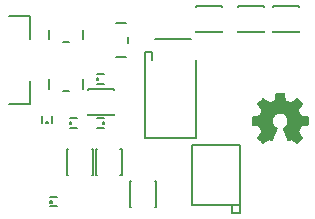
<source format=gto>
G04 #@! TF.FileFunction,Legend,Top*
%FSLAX46Y46*%
G04 Gerber Fmt 4.6, Leading zero omitted, Abs format (unit mm)*
G04 Created by KiCad (PCBNEW 4.0.6) date 11/02/17 10:09:17*
%MOMM*%
%LPD*%
G01*
G04 APERTURE LIST*
%ADD10C,0.200000*%
%ADD11C,0.150000*%
%ADD12C,0.100000*%
G04 APERTURE END LIST*
D10*
X136600000Y-110550000D02*
X132200000Y-110550000D01*
X136600000Y-103950000D02*
X136600000Y-110550000D01*
X132800000Y-103300000D02*
X132800000Y-103950000D01*
X132200000Y-103300000D02*
X132200000Y-110550000D01*
X132200000Y-103950000D02*
D10*
X132200000Y-103300000D02*
X132800000Y-103300000D01*
D11*
X130981000Y-116396000D02*
X131081000Y-116396000D01*
X130981000Y-114196000D02*
X131081000Y-114196000D01*
X133181000Y-114196000D02*
X133081000Y-114196000D01*
X133181000Y-116396000D02*
X133081000Y-116396000D01*
X130981000Y-114196000D02*
X130981000Y-116396000D01*
X133181000Y-116396000D02*
X133181000Y-114196000D01*
X124225000Y-116051000D02*
X124225000Y-115851000D01*
X124225000Y-115851000D02*
X124325000Y-115851000D01*
X124325000Y-115851000D02*
X124325000Y-116051000D01*
X124325000Y-116051000D02*
X124225000Y-116051000D01*
X124225000Y-115551000D02*
X124825000Y-115551000D01*
X124225000Y-116351000D02*
X124825000Y-116351000D01*
D10*
X133120000Y-102150000D02*
X136120000Y-102150000D01*
D11*
X128200000Y-105650000D02*
X128200000Y-105450000D01*
X128200000Y-105450000D02*
X128300000Y-105450000D01*
X128300000Y-105450000D02*
X128300000Y-105650000D01*
X128300000Y-105650000D02*
X128200000Y-105650000D01*
X128200000Y-105150000D02*
X128800000Y-105150000D01*
X128200000Y-105950000D02*
X128800000Y-105950000D01*
X128800000Y-109200000D02*
X128800000Y-109400000D01*
X128800000Y-109400000D02*
X128700000Y-109400000D01*
X128700000Y-109400000D02*
X128700000Y-109200000D01*
X128700000Y-109200000D02*
X128800000Y-109200000D01*
X128800000Y-109700000D02*
X128200000Y-109700000D01*
X128800000Y-108900000D02*
X128200000Y-108900000D01*
X125900000Y-109400000D02*
X125900000Y-109200000D01*
X125900000Y-109200000D02*
X126000000Y-109200000D01*
X126000000Y-109200000D02*
X126000000Y-109400000D01*
X126000000Y-109400000D02*
X125900000Y-109400000D01*
X125900000Y-108900000D02*
X126500000Y-108900000D01*
X125900000Y-109700000D02*
X126500000Y-109700000D01*
X124031000Y-109300000D02*
X123831000Y-109300000D01*
X123831000Y-109300000D02*
X123831000Y-109200000D01*
X123831000Y-109200000D02*
X124031000Y-109200000D01*
X124031000Y-109200000D02*
X124031000Y-109300000D01*
X123531000Y-109300000D02*
X123531000Y-108700000D01*
X124331000Y-109300000D02*
X124331000Y-108700000D01*
D10*
X125800000Y-106600000D02*
X125300000Y-106600000D01*
X124100000Y-106400000D02*
X124100000Y-105600000D01*
X127000000Y-106400000D02*
X127000000Y-105600000D01*
X130800000Y-102000000D02*
X130800000Y-102500000D01*
X130600000Y-103700000D02*
X129800000Y-103700000D01*
X130600000Y-100800000D02*
X129800000Y-100800000D01*
X139645000Y-116235000D02*
X139645000Y-116870000D01*
X139645000Y-116870000D02*
X140280000Y-116870000D01*
X140280000Y-116870000D02*
X140280000Y-116235000D01*
X140280000Y-116235000D02*
X140280000Y-111155000D01*
X140280000Y-111155000D02*
X136216000Y-111155000D01*
X136216000Y-111155000D02*
X136216000Y-116235000D01*
X136216000Y-116235000D02*
X140280000Y-116235000D01*
X125800000Y-102400000D02*
X125300000Y-102400000D01*
X124100000Y-102200000D02*
X124100000Y-101400000D01*
X127000000Y-102200000D02*
X127000000Y-101400000D01*
D11*
X129580000Y-108580000D02*
X129580000Y-108480000D01*
X127380000Y-108580000D02*
X127380000Y-108480000D01*
X127380000Y-106380000D02*
X127380000Y-106480000D01*
X129580000Y-106380000D02*
X129580000Y-106480000D01*
X127380000Y-108580000D02*
X129580000Y-108580000D01*
X129580000Y-106380000D02*
X127380000Y-106380000D01*
X125651000Y-113680000D02*
X125751000Y-113680000D01*
X125651000Y-111480000D02*
X125751000Y-111480000D01*
X127851000Y-111480000D02*
X127751000Y-111480000D01*
X127851000Y-113680000D02*
X127751000Y-113680000D01*
X125651000Y-111480000D02*
X125651000Y-113680000D01*
X127851000Y-113680000D02*
X127851000Y-111480000D01*
X145280000Y-101580000D02*
X145280000Y-101480000D01*
X143080000Y-101580000D02*
X143080000Y-101480000D01*
X143080000Y-99380000D02*
X143080000Y-99480000D01*
X145280000Y-99380000D02*
X145280000Y-99480000D01*
X143080000Y-101580000D02*
X145280000Y-101580000D01*
X145280000Y-99380000D02*
X143080000Y-99380000D01*
X142280000Y-101580000D02*
X142280000Y-101480000D01*
X140080000Y-101580000D02*
X140080000Y-101480000D01*
X140080000Y-99380000D02*
X140080000Y-99480000D01*
X142280000Y-99380000D02*
X142280000Y-99480000D01*
X140080000Y-101580000D02*
X142280000Y-101580000D01*
X142280000Y-99380000D02*
X140080000Y-99380000D01*
X128051000Y-113680000D02*
X128151000Y-113680000D01*
X128051000Y-111480000D02*
X128151000Y-111480000D01*
X130251000Y-111480000D02*
X130151000Y-111480000D01*
X130251000Y-113680000D02*
X130151000Y-113680000D01*
X128051000Y-111480000D02*
X128051000Y-113680000D01*
X130251000Y-113680000D02*
X130251000Y-111480000D01*
X138745000Y-101580000D02*
X138745000Y-101480000D01*
X136545000Y-101580000D02*
X136545000Y-101480000D01*
X136545000Y-99380000D02*
X136545000Y-99480000D01*
X138745000Y-99380000D02*
X138745000Y-99480000D01*
X136545000Y-101580000D02*
X138745000Y-101580000D01*
X138745000Y-99380000D02*
X136545000Y-99380000D01*
D10*
X120700000Y-100200000D02*
X122500000Y-100200000D01*
X122500000Y-100200000D02*
X122500000Y-102150000D01*
X120700000Y-107650000D02*
X122500000Y-107650000D01*
X122500000Y-107650000D02*
X122500000Y-105750000D01*
D12*
G36*
X146002375Y-109075490D02*
X146002366Y-109140372D01*
X146002321Y-109195498D01*
X146002212Y-109241697D01*
X146002012Y-109279797D01*
X146001694Y-109310625D01*
X146001230Y-109335009D01*
X146000592Y-109353778D01*
X145999753Y-109367759D01*
X145998686Y-109377781D01*
X145997363Y-109384671D01*
X145995757Y-109389257D01*
X145993840Y-109392367D01*
X145991792Y-109394625D01*
X145982561Y-109402373D01*
X145976587Y-109405208D01*
X145970308Y-109406183D01*
X145953871Y-109409078D01*
X145927514Y-109413848D01*
X145891478Y-109420450D01*
X145846005Y-109428838D01*
X145791332Y-109438969D01*
X145727702Y-109450797D01*
X145655354Y-109464279D01*
X145574528Y-109479369D01*
X145485464Y-109496025D01*
X145459122Y-109500955D01*
X145430138Y-109506882D01*
X145409942Y-109512325D01*
X145396789Y-109517845D01*
X145389451Y-109523433D01*
X145385077Y-109530938D01*
X145377424Y-109547103D01*
X145366979Y-109570712D01*
X145354227Y-109600549D01*
X145339654Y-109635398D01*
X145323746Y-109674043D01*
X145306988Y-109715269D01*
X145289866Y-109757860D01*
X145272866Y-109800599D01*
X145256474Y-109842272D01*
X145241176Y-109881662D01*
X145227457Y-109917554D01*
X145215803Y-109948731D01*
X145206700Y-109973978D01*
X145200633Y-109992080D01*
X145198089Y-110001819D01*
X145198042Y-110002497D01*
X145199757Y-110008542D01*
X145205116Y-110019362D01*
X145214437Y-110035450D01*
X145228040Y-110057300D01*
X145246243Y-110085407D01*
X145269366Y-110120265D01*
X145297727Y-110162367D01*
X145331646Y-110212209D01*
X145362863Y-110257793D01*
X145393837Y-110303076D01*
X145423007Y-110346019D01*
X145449816Y-110385783D01*
X145473708Y-110421529D01*
X145494127Y-110452417D01*
X145510516Y-110477608D01*
X145522319Y-110496263D01*
X145528981Y-110507542D01*
X145530270Y-110510377D01*
X145529949Y-110513884D01*
X145527455Y-110519092D01*
X145522261Y-110526564D01*
X145513842Y-110536861D01*
X145501673Y-110550545D01*
X145485227Y-110568177D01*
X145463979Y-110590319D01*
X145437403Y-110617532D01*
X145404973Y-110650379D01*
X145366164Y-110689420D01*
X145320450Y-110735218D01*
X145310419Y-110745252D01*
X145263350Y-110792266D01*
X145223147Y-110832282D01*
X145189241Y-110865831D01*
X145161060Y-110893446D01*
X145138035Y-110915659D01*
X145119598Y-110933002D01*
X145105177Y-110946009D01*
X145094203Y-110955211D01*
X145086107Y-110961140D01*
X145080319Y-110964330D01*
X145076268Y-110965312D01*
X145075020Y-110965209D01*
X145067900Y-110961737D01*
X145053107Y-110952888D01*
X145031657Y-110939326D01*
X145004567Y-110921714D01*
X144972856Y-110900715D01*
X144937539Y-110876992D01*
X144899634Y-110851208D01*
X144889272Y-110844105D01*
X144848116Y-110815855D01*
X144807001Y-110787646D01*
X144767372Y-110760467D01*
X144730676Y-110735310D01*
X144698357Y-110713166D01*
X144671863Y-110695026D01*
X144652638Y-110681882D01*
X144652551Y-110681822D01*
X144628993Y-110666254D01*
X144607700Y-110653138D01*
X144590551Y-110643563D01*
X144579425Y-110638615D01*
X144577152Y-110638175D01*
X144569355Y-110640581D01*
X144553718Y-110647326D01*
X144531707Y-110657708D01*
X144504787Y-110671024D01*
X144474424Y-110686571D01*
X144455720Y-110696383D01*
X144424275Y-110712859D01*
X144395682Y-110727525D01*
X144371348Y-110739686D01*
X144352679Y-110748645D01*
X144341081Y-110753706D01*
X144338102Y-110754583D01*
X144329724Y-110750534D01*
X144322614Y-110742621D01*
X144319545Y-110736164D01*
X144312721Y-110720588D01*
X144302419Y-110696557D01*
X144288918Y-110664737D01*
X144272498Y-110625792D01*
X144253437Y-110580387D01*
X144232014Y-110529188D01*
X144208507Y-110472858D01*
X144183195Y-110412063D01*
X144156357Y-110347468D01*
X144128272Y-110279737D01*
X144105714Y-110225243D01*
X144067802Y-110133439D01*
X144033961Y-110051176D01*
X144004114Y-109978258D01*
X143978184Y-109914490D01*
X143956092Y-109859678D01*
X143937761Y-109813625D01*
X143923114Y-109776138D01*
X143912071Y-109747020D01*
X143904556Y-109726076D01*
X143900491Y-109713112D01*
X143899708Y-109708140D01*
X143905951Y-109699034D01*
X143919677Y-109686959D01*
X143937893Y-109674305D01*
X143972619Y-109651275D01*
X144009062Y-109625135D01*
X144044617Y-109597894D01*
X144076677Y-109571558D01*
X144102638Y-109548137D01*
X144106439Y-109544408D01*
X144160331Y-109483469D01*
X144205465Y-109417410D01*
X144241778Y-109347140D01*
X144269206Y-109273566D01*
X144287687Y-109197595D01*
X144297158Y-109120137D01*
X144297556Y-109042098D01*
X144288819Y-108964387D01*
X144270883Y-108887911D01*
X144243686Y-108813579D01*
X144207164Y-108742297D01*
X144166208Y-108681420D01*
X144111132Y-108617221D01*
X144049986Y-108561552D01*
X143983316Y-108514686D01*
X143911667Y-108476894D01*
X143835587Y-108448446D01*
X143755620Y-108429615D01*
X143672315Y-108420671D01*
X143639646Y-108419921D01*
X143554759Y-108424872D01*
X143473661Y-108439691D01*
X143396479Y-108464327D01*
X143323338Y-108498730D01*
X143254365Y-108542849D01*
X143189688Y-108596634D01*
X143183441Y-108602561D01*
X143125903Y-108664595D01*
X143078023Y-108730955D01*
X143039791Y-108801662D01*
X143011197Y-108876740D01*
X142992232Y-108956209D01*
X142982886Y-109040091D01*
X142982377Y-109051312D01*
X142983360Y-109132171D01*
X142992923Y-109208031D01*
X143011425Y-109280556D01*
X143039225Y-109351413D01*
X143053261Y-109380112D01*
X143089860Y-109442314D01*
X143133462Y-109500255D01*
X143184885Y-109554771D01*
X143244948Y-109606698D01*
X143314469Y-109656871D01*
X143341399Y-109674305D01*
X143360407Y-109687573D01*
X143373822Y-109699548D01*
X143379583Y-109708140D01*
X143378503Y-109714213D01*
X143374042Y-109728093D01*
X143366122Y-109749974D01*
X143354665Y-109780053D01*
X143339594Y-109818524D01*
X143320831Y-109865582D01*
X143298298Y-109921423D01*
X143271918Y-109986242D01*
X143241612Y-110060234D01*
X143207303Y-110143594D01*
X143173577Y-110225243D01*
X143144714Y-110294956D01*
X143116880Y-110362050D01*
X143090356Y-110425862D01*
X143065419Y-110485727D01*
X143042349Y-110540979D01*
X143021424Y-110590954D01*
X143002923Y-110634987D01*
X142987125Y-110672413D01*
X142974308Y-110702567D01*
X142964752Y-110724785D01*
X142958734Y-110738401D01*
X142956677Y-110742621D01*
X142948222Y-110751573D01*
X142941189Y-110754583D01*
X142934509Y-110752193D01*
X142919913Y-110745489D01*
X142898808Y-110735165D01*
X142872601Y-110721919D01*
X142842699Y-110706445D01*
X142823572Y-110696383D01*
X142791877Y-110679859D01*
X142762772Y-110665157D01*
X142737721Y-110652980D01*
X142718191Y-110644030D01*
X142705647Y-110639009D01*
X142702140Y-110638175D01*
X142693825Y-110641057D01*
X142678766Y-110648985D01*
X142658841Y-110660871D01*
X142635930Y-110675626D01*
X142626740Y-110681822D01*
X142607561Y-110694935D01*
X142581104Y-110713049D01*
X142548815Y-110735173D01*
X142512140Y-110760315D01*
X142472524Y-110787486D01*
X142431413Y-110815692D01*
X142390253Y-110843944D01*
X142390020Y-110844105D01*
X142351599Y-110870324D01*
X142315497Y-110894659D01*
X142282729Y-110916445D01*
X142254314Y-110935021D01*
X142231269Y-110949722D01*
X142214610Y-110959886D01*
X142205355Y-110964849D01*
X142204271Y-110965209D01*
X142200751Y-110964953D01*
X142195717Y-110962700D01*
X142188602Y-110957917D01*
X142178834Y-110950073D01*
X142165845Y-110938634D01*
X142149063Y-110923069D01*
X142127921Y-110902846D01*
X142101847Y-110877431D01*
X142070273Y-110846292D01*
X142032628Y-110808897D01*
X141988342Y-110764714D01*
X141968872Y-110745252D01*
X141921667Y-110697986D01*
X141881474Y-110657590D01*
X141847771Y-110623504D01*
X141820033Y-110595168D01*
X141797735Y-110572023D01*
X141780354Y-110553508D01*
X141767366Y-110539064D01*
X141758247Y-110528132D01*
X141752471Y-110520152D01*
X141749516Y-110514563D01*
X141748857Y-110510807D01*
X141748922Y-110510377D01*
X141752320Y-110503775D01*
X141761186Y-110489311D01*
X141774965Y-110467824D01*
X141793101Y-110440153D01*
X141815038Y-110407137D01*
X141840219Y-110369615D01*
X141868089Y-110328427D01*
X141898091Y-110284411D01*
X141916328Y-110257802D01*
X141954905Y-110201476D01*
X141987668Y-110153279D01*
X142014940Y-110112716D01*
X142037041Y-110079289D01*
X142054291Y-110052504D01*
X142067010Y-110031864D01*
X142075519Y-110016872D01*
X142080139Y-110007034D01*
X142081250Y-110002506D01*
X142079289Y-109994156D01*
X142073732Y-109977258D01*
X142065063Y-109953028D01*
X142053770Y-109922680D01*
X142040336Y-109887432D01*
X142025248Y-109848499D01*
X142008993Y-109807097D01*
X141992055Y-109764441D01*
X141974920Y-109721748D01*
X141958075Y-109680233D01*
X141942005Y-109641112D01*
X141927195Y-109605601D01*
X141914132Y-109574916D01*
X141903301Y-109550272D01*
X141895188Y-109532886D01*
X141890279Y-109523973D01*
X141889841Y-109523433D01*
X141881601Y-109517351D01*
X141867916Y-109511863D01*
X141847039Y-109506405D01*
X141820169Y-109500962D01*
X141735200Y-109485076D01*
X141656551Y-109470395D01*
X141584642Y-109456995D01*
X141519896Y-109444956D01*
X141462734Y-109434354D01*
X141413579Y-109425268D01*
X141372853Y-109417777D01*
X141340978Y-109411958D01*
X141318375Y-109407888D01*
X141305466Y-109405648D01*
X141302448Y-109405208D01*
X141295870Y-109401823D01*
X141287500Y-109394625D01*
X141285275Y-109392139D01*
X141283385Y-109388935D01*
X141281804Y-109384185D01*
X141280505Y-109377060D01*
X141279458Y-109366733D01*
X141278638Y-109352376D01*
X141278016Y-109333160D01*
X141277565Y-109308258D01*
X141277258Y-109276842D01*
X141277067Y-109238084D01*
X141276965Y-109191156D01*
X141276924Y-109135230D01*
X141276917Y-109075490D01*
X141276958Y-109008134D01*
X141277095Y-108950632D01*
X141277342Y-108902257D01*
X141277715Y-108862282D01*
X141278232Y-108829977D01*
X141278907Y-108804615D01*
X141279757Y-108785468D01*
X141280798Y-108771807D01*
X141282046Y-108762905D01*
X141283517Y-108758033D01*
X141283941Y-108757332D01*
X141294110Y-108750346D01*
X141313193Y-108743910D01*
X141327597Y-108740699D01*
X141340052Y-108738339D01*
X141361739Y-108734264D01*
X141391484Y-108728692D01*
X141428115Y-108721843D01*
X141470459Y-108713936D01*
X141517341Y-108705190D01*
X141567590Y-108695824D01*
X141620032Y-108686058D01*
X141626167Y-108684916D01*
X141677754Y-108675212D01*
X141726424Y-108665860D01*
X141771136Y-108657075D01*
X141810848Y-108649070D01*
X141844519Y-108642059D01*
X141871110Y-108636255D01*
X141889579Y-108631873D01*
X141898885Y-108629125D01*
X141899558Y-108628789D01*
X141904164Y-108622351D01*
X141912237Y-108607318D01*
X141923255Y-108584898D01*
X141936695Y-108556300D01*
X141952037Y-108522730D01*
X141968759Y-108485399D01*
X141986339Y-108445512D01*
X142004256Y-108404280D01*
X142021988Y-108362909D01*
X142039013Y-108322609D01*
X142054810Y-108284586D01*
X142068858Y-108250050D01*
X142080634Y-108220209D01*
X142089617Y-108196269D01*
X142095285Y-108179441D01*
X142097125Y-108171185D01*
X142095807Y-108165674D01*
X142091606Y-108156494D01*
X142084150Y-108143069D01*
X142073069Y-108124825D01*
X142057992Y-108101185D01*
X142038547Y-108071574D01*
X142014363Y-108035419D01*
X141985070Y-107992142D01*
X141950296Y-107941168D01*
X141924182Y-107903058D01*
X141892450Y-107856662D01*
X141862518Y-107812605D01*
X141834927Y-107771702D01*
X141810219Y-107734771D01*
X141788935Y-107702629D01*
X141771617Y-107676092D01*
X141758807Y-107655978D01*
X141751045Y-107643104D01*
X141748838Y-107638581D01*
X141749243Y-107635018D01*
X141751909Y-107629663D01*
X141757358Y-107621956D01*
X141766115Y-107611339D01*
X141778703Y-107597253D01*
X141795646Y-107579138D01*
X141817466Y-107556436D01*
X141844689Y-107528588D01*
X141877836Y-107495035D01*
X141917432Y-107455218D01*
X141964000Y-107408578D01*
X141968153Y-107404424D01*
X142021937Y-107350815D01*
X142068502Y-107304776D01*
X142107936Y-107266224D01*
X142140328Y-107235073D01*
X142165768Y-107211240D01*
X142184343Y-107194639D01*
X142196143Y-107185186D01*
X142200885Y-107182708D01*
X142207137Y-107185637D01*
X142221286Y-107194073D01*
X142242535Y-107207490D01*
X142270085Y-107225362D01*
X142303138Y-107247163D01*
X142340897Y-107272367D01*
X142382563Y-107300447D01*
X142427338Y-107330879D01*
X142470603Y-107360508D01*
X142527744Y-107399697D01*
X142576801Y-107433152D01*
X142618339Y-107461237D01*
X142652924Y-107484319D01*
X142681118Y-107502762D01*
X142703488Y-107516933D01*
X142720598Y-107527195D01*
X142733013Y-107533916D01*
X142741297Y-107537461D01*
X142745268Y-107538255D01*
X142754328Y-107536249D01*
X142771653Y-107530600D01*
X142796008Y-107521816D01*
X142826158Y-107510409D01*
X142860868Y-107496885D01*
X142898901Y-107481756D01*
X142939023Y-107465531D01*
X142979998Y-107448717D01*
X143020591Y-107431826D01*
X143059567Y-107415366D01*
X143095690Y-107399846D01*
X143127725Y-107385776D01*
X143154437Y-107373666D01*
X143174590Y-107364023D01*
X143186949Y-107357358D01*
X143190265Y-107354795D01*
X143192483Y-107347763D01*
X143196409Y-107331269D01*
X143201850Y-107306265D01*
X143208616Y-107273700D01*
X143216513Y-107234525D01*
X143225351Y-107189691D01*
X143234937Y-107140147D01*
X143245080Y-107086845D01*
X143254382Y-107037220D01*
X143267259Y-106968387D01*
X143278448Y-106909391D01*
X143288074Y-106859639D01*
X143296260Y-106818541D01*
X143303130Y-106785507D01*
X143308809Y-106759943D01*
X143313421Y-106741261D01*
X143317090Y-106728867D01*
X143319940Y-106722173D01*
X143320790Y-106721042D01*
X143323305Y-106719085D01*
X143327171Y-106717422D01*
X143333204Y-106716030D01*
X143342224Y-106714885D01*
X143355050Y-106713963D01*
X143372498Y-106713240D01*
X143395388Y-106712692D01*
X143424537Y-106712296D01*
X143460765Y-106712028D01*
X143504889Y-106711863D01*
X143557727Y-106711779D01*
X143620099Y-106711751D01*
X143639646Y-106711750D01*
X143704642Y-106711758D01*
X143759881Y-106711803D01*
X143806189Y-106711911D01*
X143844394Y-106712110D01*
X143875322Y-106712427D01*
X143899799Y-106712889D01*
X143918652Y-106713523D01*
X143932707Y-106714358D01*
X143942790Y-106715419D01*
X143949729Y-106716736D01*
X143954350Y-106718334D01*
X143957479Y-106720241D01*
X143959792Y-106722333D01*
X143967568Y-106731897D01*
X143970375Y-106738442D01*
X143971355Y-106746663D01*
X143974151Y-106763951D01*
X143978545Y-106789180D01*
X143984321Y-106821222D01*
X143991261Y-106858950D01*
X143999149Y-106901236D01*
X144007767Y-106946954D01*
X144016899Y-106994976D01*
X144026327Y-107044175D01*
X144035834Y-107093424D01*
X144045204Y-107141594D01*
X144054219Y-107187560D01*
X144062661Y-107230193D01*
X144070315Y-107268366D01*
X144076964Y-107300953D01*
X144082389Y-107326825D01*
X144086374Y-107344856D01*
X144088702Y-107353918D01*
X144089022Y-107354687D01*
X144095384Y-107359032D01*
X144110375Y-107366703D01*
X144132761Y-107377191D01*
X144161307Y-107389985D01*
X144194779Y-107404577D01*
X144231942Y-107420458D01*
X144271561Y-107437118D01*
X144312402Y-107454047D01*
X144353230Y-107470737D01*
X144392811Y-107486677D01*
X144429909Y-107501360D01*
X144463292Y-107514274D01*
X144491722Y-107524912D01*
X144513968Y-107532763D01*
X144528792Y-107537319D01*
X144534030Y-107538275D01*
X144537211Y-107538097D01*
X144540925Y-107537307D01*
X144545728Y-107535537D01*
X144552176Y-107532420D01*
X144560827Y-107527588D01*
X144572238Y-107520674D01*
X144586964Y-107511311D01*
X144605563Y-107499132D01*
X144628592Y-107483770D01*
X144656608Y-107464856D01*
X144690166Y-107442025D01*
X144729824Y-107414908D01*
X144776139Y-107383139D01*
X144829666Y-107346350D01*
X144890964Y-107304173D01*
X144938252Y-107271621D01*
X144971360Y-107249076D01*
X145002072Y-107228634D01*
X145029203Y-107211048D01*
X145051566Y-107197071D01*
X145067975Y-107187454D01*
X145077244Y-107182950D01*
X145078410Y-107182708D01*
X145084591Y-107186225D01*
X145097484Y-107196831D01*
X145117178Y-107214610D01*
X145143760Y-107239644D01*
X145177315Y-107272016D01*
X145217931Y-107311808D01*
X145265695Y-107359104D01*
X145311138Y-107404424D01*
X145358303Y-107451651D01*
X145398454Y-107492009D01*
X145432112Y-107526057D01*
X145459802Y-107554353D01*
X145482047Y-107577458D01*
X145499371Y-107595929D01*
X145512298Y-107610325D01*
X145521349Y-107621206D01*
X145527050Y-107629130D01*
X145529924Y-107634657D01*
X145530494Y-107638345D01*
X145530455Y-107638581D01*
X145527086Y-107645131D01*
X145518238Y-107659569D01*
X145504455Y-107681079D01*
X145486276Y-107708844D01*
X145464244Y-107742046D01*
X145438900Y-107779869D01*
X145410785Y-107821496D01*
X145380441Y-107866110D01*
X145355111Y-107903132D01*
X145316461Y-107959599D01*
X145283540Y-108007985D01*
X145255982Y-108048860D01*
X145233418Y-108082793D01*
X145215482Y-108110354D01*
X145201806Y-108132113D01*
X145192023Y-108148638D01*
X145185765Y-108160501D01*
X145182664Y-108168270D01*
X145182167Y-108171258D01*
X145184243Y-108180286D01*
X145190125Y-108197562D01*
X145199290Y-108221876D01*
X145211217Y-108252022D01*
X145225384Y-108286791D01*
X145241270Y-108324975D01*
X145258352Y-108365366D01*
X145276110Y-108406756D01*
X145294022Y-108447937D01*
X145311565Y-108487701D01*
X145328219Y-108524840D01*
X145343461Y-108558145D01*
X145356771Y-108586409D01*
X145367626Y-108608424D01*
X145375504Y-108622981D01*
X145379734Y-108628789D01*
X145387071Y-108631182D01*
X145403781Y-108635253D01*
X145428821Y-108640788D01*
X145461152Y-108647573D01*
X145499733Y-108655396D01*
X145543523Y-108664041D01*
X145591480Y-108673296D01*
X145642565Y-108682946D01*
X145653125Y-108684916D01*
X145705744Y-108694715D01*
X145756305Y-108704138D01*
X145803636Y-108712966D01*
X145846563Y-108720981D01*
X145883912Y-108727964D01*
X145914511Y-108733694D01*
X145937187Y-108737953D01*
X145950766Y-108740521D01*
X145951694Y-108740699D01*
X145975159Y-108746527D01*
X145990672Y-108753273D01*
X145995350Y-108757332D01*
X145996882Y-108761268D01*
X145998187Y-108769043D01*
X145999281Y-108781385D01*
X146000179Y-108799024D01*
X146000899Y-108822686D01*
X146001455Y-108853101D01*
X146001865Y-108890995D01*
X146002143Y-108937097D01*
X146002307Y-108992136D01*
X146002372Y-109056838D01*
X146002375Y-109075490D01*
X146002375Y-109075490D01*
X146002375Y-109075490D01*
G37*
X146002375Y-109075490D02*
X146002366Y-109140372D01*
X146002321Y-109195498D01*
X146002212Y-109241697D01*
X146002012Y-109279797D01*
X146001694Y-109310625D01*
X146001230Y-109335009D01*
X146000592Y-109353778D01*
X145999753Y-109367759D01*
X145998686Y-109377781D01*
X145997363Y-109384671D01*
X145995757Y-109389257D01*
X145993840Y-109392367D01*
X145991792Y-109394625D01*
X145982561Y-109402373D01*
X145976587Y-109405208D01*
X145970308Y-109406183D01*
X145953871Y-109409078D01*
X145927514Y-109413848D01*
X145891478Y-109420450D01*
X145846005Y-109428838D01*
X145791332Y-109438969D01*
X145727702Y-109450797D01*
X145655354Y-109464279D01*
X145574528Y-109479369D01*
X145485464Y-109496025D01*
X145459122Y-109500955D01*
X145430138Y-109506882D01*
X145409942Y-109512325D01*
X145396789Y-109517845D01*
X145389451Y-109523433D01*
X145385077Y-109530938D01*
X145377424Y-109547103D01*
X145366979Y-109570712D01*
X145354227Y-109600549D01*
X145339654Y-109635398D01*
X145323746Y-109674043D01*
X145306988Y-109715269D01*
X145289866Y-109757860D01*
X145272866Y-109800599D01*
X145256474Y-109842272D01*
X145241176Y-109881662D01*
X145227457Y-109917554D01*
X145215803Y-109948731D01*
X145206700Y-109973978D01*
X145200633Y-109992080D01*
X145198089Y-110001819D01*
X145198042Y-110002497D01*
X145199757Y-110008542D01*
X145205116Y-110019362D01*
X145214437Y-110035450D01*
X145228040Y-110057300D01*
X145246243Y-110085407D01*
X145269366Y-110120265D01*
X145297727Y-110162367D01*
X145331646Y-110212209D01*
X145362863Y-110257793D01*
X145393837Y-110303076D01*
X145423007Y-110346019D01*
X145449816Y-110385783D01*
X145473708Y-110421529D01*
X145494127Y-110452417D01*
X145510516Y-110477608D01*
X145522319Y-110496263D01*
X145528981Y-110507542D01*
X145530270Y-110510377D01*
X145529949Y-110513884D01*
X145527455Y-110519092D01*
X145522261Y-110526564D01*
X145513842Y-110536861D01*
X145501673Y-110550545D01*
X145485227Y-110568177D01*
X145463979Y-110590319D01*
X145437403Y-110617532D01*
X145404973Y-110650379D01*
X145366164Y-110689420D01*
X145320450Y-110735218D01*
X145310419Y-110745252D01*
X145263350Y-110792266D01*
X145223147Y-110832282D01*
X145189241Y-110865831D01*
X145161060Y-110893446D01*
X145138035Y-110915659D01*
X145119598Y-110933002D01*
X145105177Y-110946009D01*
X145094203Y-110955211D01*
X145086107Y-110961140D01*
X145080319Y-110964330D01*
X145076268Y-110965312D01*
X145075020Y-110965209D01*
X145067900Y-110961737D01*
X145053107Y-110952888D01*
X145031657Y-110939326D01*
X145004567Y-110921714D01*
X144972856Y-110900715D01*
X144937539Y-110876992D01*
X144899634Y-110851208D01*
X144889272Y-110844105D01*
X144848116Y-110815855D01*
X144807001Y-110787646D01*
X144767372Y-110760467D01*
X144730676Y-110735310D01*
X144698357Y-110713166D01*
X144671863Y-110695026D01*
X144652638Y-110681882D01*
X144652551Y-110681822D01*
X144628993Y-110666254D01*
X144607700Y-110653138D01*
X144590551Y-110643563D01*
X144579425Y-110638615D01*
X144577152Y-110638175D01*
X144569355Y-110640581D01*
X144553718Y-110647326D01*
X144531707Y-110657708D01*
X144504787Y-110671024D01*
X144474424Y-110686571D01*
X144455720Y-110696383D01*
X144424275Y-110712859D01*
X144395682Y-110727525D01*
X144371348Y-110739686D01*
X144352679Y-110748645D01*
X144341081Y-110753706D01*
X144338102Y-110754583D01*
X144329724Y-110750534D01*
X144322614Y-110742621D01*
X144319545Y-110736164D01*
X144312721Y-110720588D01*
X144302419Y-110696557D01*
X144288918Y-110664737D01*
X144272498Y-110625792D01*
X144253437Y-110580387D01*
X144232014Y-110529188D01*
X144208507Y-110472858D01*
X144183195Y-110412063D01*
X144156357Y-110347468D01*
X144128272Y-110279737D01*
X144105714Y-110225243D01*
X144067802Y-110133439D01*
X144033961Y-110051176D01*
X144004114Y-109978258D01*
X143978184Y-109914490D01*
X143956092Y-109859678D01*
X143937761Y-109813625D01*
X143923114Y-109776138D01*
X143912071Y-109747020D01*
X143904556Y-109726076D01*
X143900491Y-109713112D01*
X143899708Y-109708140D01*
X143905951Y-109699034D01*
X143919677Y-109686959D01*
X143937893Y-109674305D01*
X143972619Y-109651275D01*
X144009062Y-109625135D01*
X144044617Y-109597894D01*
X144076677Y-109571558D01*
X144102638Y-109548137D01*
X144106439Y-109544408D01*
X144160331Y-109483469D01*
X144205465Y-109417410D01*
X144241778Y-109347140D01*
X144269206Y-109273566D01*
X144287687Y-109197595D01*
X144297158Y-109120137D01*
X144297556Y-109042098D01*
X144288819Y-108964387D01*
X144270883Y-108887911D01*
X144243686Y-108813579D01*
X144207164Y-108742297D01*
X144166208Y-108681420D01*
X144111132Y-108617221D01*
X144049986Y-108561552D01*
X143983316Y-108514686D01*
X143911667Y-108476894D01*
X143835587Y-108448446D01*
X143755620Y-108429615D01*
X143672315Y-108420671D01*
X143639646Y-108419921D01*
X143554759Y-108424872D01*
X143473661Y-108439691D01*
X143396479Y-108464327D01*
X143323338Y-108498730D01*
X143254365Y-108542849D01*
X143189688Y-108596634D01*
X143183441Y-108602561D01*
X143125903Y-108664595D01*
X143078023Y-108730955D01*
X143039791Y-108801662D01*
X143011197Y-108876740D01*
X142992232Y-108956209D01*
X142982886Y-109040091D01*
X142982377Y-109051312D01*
X142983360Y-109132171D01*
X142992923Y-109208031D01*
X143011425Y-109280556D01*
X143039225Y-109351413D01*
X143053261Y-109380112D01*
X143089860Y-109442314D01*
X143133462Y-109500255D01*
X143184885Y-109554771D01*
X143244948Y-109606698D01*
X143314469Y-109656871D01*
X143341399Y-109674305D01*
X143360407Y-109687573D01*
X143373822Y-109699548D01*
X143379583Y-109708140D01*
X143378503Y-109714213D01*
X143374042Y-109728093D01*
X143366122Y-109749974D01*
X143354665Y-109780053D01*
X143339594Y-109818524D01*
X143320831Y-109865582D01*
X143298298Y-109921423D01*
X143271918Y-109986242D01*
X143241612Y-110060234D01*
X143207303Y-110143594D01*
X143173577Y-110225243D01*
X143144714Y-110294956D01*
X143116880Y-110362050D01*
X143090356Y-110425862D01*
X143065419Y-110485727D01*
X143042349Y-110540979D01*
X143021424Y-110590954D01*
X143002923Y-110634987D01*
X142987125Y-110672413D01*
X142974308Y-110702567D01*
X142964752Y-110724785D01*
X142958734Y-110738401D01*
X142956677Y-110742621D01*
X142948222Y-110751573D01*
X142941189Y-110754583D01*
X142934509Y-110752193D01*
X142919913Y-110745489D01*
X142898808Y-110735165D01*
X142872601Y-110721919D01*
X142842699Y-110706445D01*
X142823572Y-110696383D01*
X142791877Y-110679859D01*
X142762772Y-110665157D01*
X142737721Y-110652980D01*
X142718191Y-110644030D01*
X142705647Y-110639009D01*
X142702140Y-110638175D01*
X142693825Y-110641057D01*
X142678766Y-110648985D01*
X142658841Y-110660871D01*
X142635930Y-110675626D01*
X142626740Y-110681822D01*
X142607561Y-110694935D01*
X142581104Y-110713049D01*
X142548815Y-110735173D01*
X142512140Y-110760315D01*
X142472524Y-110787486D01*
X142431413Y-110815692D01*
X142390253Y-110843944D01*
X142390020Y-110844105D01*
X142351599Y-110870324D01*
X142315497Y-110894659D01*
X142282729Y-110916445D01*
X142254314Y-110935021D01*
X142231269Y-110949722D01*
X142214610Y-110959886D01*
X142205355Y-110964849D01*
X142204271Y-110965209D01*
X142200751Y-110964953D01*
X142195717Y-110962700D01*
X142188602Y-110957917D01*
X142178834Y-110950073D01*
X142165845Y-110938634D01*
X142149063Y-110923069D01*
X142127921Y-110902846D01*
X142101847Y-110877431D01*
X142070273Y-110846292D01*
X142032628Y-110808897D01*
X141988342Y-110764714D01*
X141968872Y-110745252D01*
X141921667Y-110697986D01*
X141881474Y-110657590D01*
X141847771Y-110623504D01*
X141820033Y-110595168D01*
X141797735Y-110572023D01*
X141780354Y-110553508D01*
X141767366Y-110539064D01*
X141758247Y-110528132D01*
X141752471Y-110520152D01*
X141749516Y-110514563D01*
X141748857Y-110510807D01*
X141748922Y-110510377D01*
X141752320Y-110503775D01*
X141761186Y-110489311D01*
X141774965Y-110467824D01*
X141793101Y-110440153D01*
X141815038Y-110407137D01*
X141840219Y-110369615D01*
X141868089Y-110328427D01*
X141898091Y-110284411D01*
X141916328Y-110257802D01*
X141954905Y-110201476D01*
X141987668Y-110153279D01*
X142014940Y-110112716D01*
X142037041Y-110079289D01*
X142054291Y-110052504D01*
X142067010Y-110031864D01*
X142075519Y-110016872D01*
X142080139Y-110007034D01*
X142081250Y-110002506D01*
X142079289Y-109994156D01*
X142073732Y-109977258D01*
X142065063Y-109953028D01*
X142053770Y-109922680D01*
X142040336Y-109887432D01*
X142025248Y-109848499D01*
X142008993Y-109807097D01*
X141992055Y-109764441D01*
X141974920Y-109721748D01*
X141958075Y-109680233D01*
X141942005Y-109641112D01*
X141927195Y-109605601D01*
X141914132Y-109574916D01*
X141903301Y-109550272D01*
X141895188Y-109532886D01*
X141890279Y-109523973D01*
X141889841Y-109523433D01*
X141881601Y-109517351D01*
X141867916Y-109511863D01*
X141847039Y-109506405D01*
X141820169Y-109500962D01*
X141735200Y-109485076D01*
X141656551Y-109470395D01*
X141584642Y-109456995D01*
X141519896Y-109444956D01*
X141462734Y-109434354D01*
X141413579Y-109425268D01*
X141372853Y-109417777D01*
X141340978Y-109411958D01*
X141318375Y-109407888D01*
X141305466Y-109405648D01*
X141302448Y-109405208D01*
X141295870Y-109401823D01*
X141287500Y-109394625D01*
X141285275Y-109392139D01*
X141283385Y-109388935D01*
X141281804Y-109384185D01*
X141280505Y-109377060D01*
X141279458Y-109366733D01*
X141278638Y-109352376D01*
X141278016Y-109333160D01*
X141277565Y-109308258D01*
X141277258Y-109276842D01*
X141277067Y-109238084D01*
X141276965Y-109191156D01*
X141276924Y-109135230D01*
X141276917Y-109075490D01*
X141276958Y-109008134D01*
X141277095Y-108950632D01*
X141277342Y-108902257D01*
X141277715Y-108862282D01*
X141278232Y-108829977D01*
X141278907Y-108804615D01*
X141279757Y-108785468D01*
X141280798Y-108771807D01*
X141282046Y-108762905D01*
X141283517Y-108758033D01*
X141283941Y-108757332D01*
X141294110Y-108750346D01*
X141313193Y-108743910D01*
X141327597Y-108740699D01*
X141340052Y-108738339D01*
X141361739Y-108734264D01*
X141391484Y-108728692D01*
X141428115Y-108721843D01*
X141470459Y-108713936D01*
X141517341Y-108705190D01*
X141567590Y-108695824D01*
X141620032Y-108686058D01*
X141626167Y-108684916D01*
X141677754Y-108675212D01*
X141726424Y-108665860D01*
X141771136Y-108657075D01*
X141810848Y-108649070D01*
X141844519Y-108642059D01*
X141871110Y-108636255D01*
X141889579Y-108631873D01*
X141898885Y-108629125D01*
X141899558Y-108628789D01*
X141904164Y-108622351D01*
X141912237Y-108607318D01*
X141923255Y-108584898D01*
X141936695Y-108556300D01*
X141952037Y-108522730D01*
X141968759Y-108485399D01*
X141986339Y-108445512D01*
X142004256Y-108404280D01*
X142021988Y-108362909D01*
X142039013Y-108322609D01*
X142054810Y-108284586D01*
X142068858Y-108250050D01*
X142080634Y-108220209D01*
X142089617Y-108196269D01*
X142095285Y-108179441D01*
X142097125Y-108171185D01*
X142095807Y-108165674D01*
X142091606Y-108156494D01*
X142084150Y-108143069D01*
X142073069Y-108124825D01*
X142057992Y-108101185D01*
X142038547Y-108071574D01*
X142014363Y-108035419D01*
X141985070Y-107992142D01*
X141950296Y-107941168D01*
X141924182Y-107903058D01*
X141892450Y-107856662D01*
X141862518Y-107812605D01*
X141834927Y-107771702D01*
X141810219Y-107734771D01*
X141788935Y-107702629D01*
X141771617Y-107676092D01*
X141758807Y-107655978D01*
X141751045Y-107643104D01*
X141748838Y-107638581D01*
X141749243Y-107635018D01*
X141751909Y-107629663D01*
X141757358Y-107621956D01*
X141766115Y-107611339D01*
X141778703Y-107597253D01*
X141795646Y-107579138D01*
X141817466Y-107556436D01*
X141844689Y-107528588D01*
X141877836Y-107495035D01*
X141917432Y-107455218D01*
X141964000Y-107408578D01*
X141968153Y-107404424D01*
X142021937Y-107350815D01*
X142068502Y-107304776D01*
X142107936Y-107266224D01*
X142140328Y-107235073D01*
X142165768Y-107211240D01*
X142184343Y-107194639D01*
X142196143Y-107185186D01*
X142200885Y-107182708D01*
X142207137Y-107185637D01*
X142221286Y-107194073D01*
X142242535Y-107207490D01*
X142270085Y-107225362D01*
X142303138Y-107247163D01*
X142340897Y-107272367D01*
X142382563Y-107300447D01*
X142427338Y-107330879D01*
X142470603Y-107360508D01*
X142527744Y-107399697D01*
X142576801Y-107433152D01*
X142618339Y-107461237D01*
X142652924Y-107484319D01*
X142681118Y-107502762D01*
X142703488Y-107516933D01*
X142720598Y-107527195D01*
X142733013Y-107533916D01*
X142741297Y-107537461D01*
X142745268Y-107538255D01*
X142754328Y-107536249D01*
X142771653Y-107530600D01*
X142796008Y-107521816D01*
X142826158Y-107510409D01*
X142860868Y-107496885D01*
X142898901Y-107481756D01*
X142939023Y-107465531D01*
X142979998Y-107448717D01*
X143020591Y-107431826D01*
X143059567Y-107415366D01*
X143095690Y-107399846D01*
X143127725Y-107385776D01*
X143154437Y-107373666D01*
X143174590Y-107364023D01*
X143186949Y-107357358D01*
X143190265Y-107354795D01*
X143192483Y-107347763D01*
X143196409Y-107331269D01*
X143201850Y-107306265D01*
X143208616Y-107273700D01*
X143216513Y-107234525D01*
X143225351Y-107189691D01*
X143234937Y-107140147D01*
X143245080Y-107086845D01*
X143254382Y-107037220D01*
X143267259Y-106968387D01*
X143278448Y-106909391D01*
X143288074Y-106859639D01*
X143296260Y-106818541D01*
X143303130Y-106785507D01*
X143308809Y-106759943D01*
X143313421Y-106741261D01*
X143317090Y-106728867D01*
X143319940Y-106722173D01*
X143320790Y-106721042D01*
X143323305Y-106719085D01*
X143327171Y-106717422D01*
X143333204Y-106716030D01*
X143342224Y-106714885D01*
X143355050Y-106713963D01*
X143372498Y-106713240D01*
X143395388Y-106712692D01*
X143424537Y-106712296D01*
X143460765Y-106712028D01*
X143504889Y-106711863D01*
X143557727Y-106711779D01*
X143620099Y-106711751D01*
X143639646Y-106711750D01*
X143704642Y-106711758D01*
X143759881Y-106711803D01*
X143806189Y-106711911D01*
X143844394Y-106712110D01*
X143875322Y-106712427D01*
X143899799Y-106712889D01*
X143918652Y-106713523D01*
X143932707Y-106714358D01*
X143942790Y-106715419D01*
X143949729Y-106716736D01*
X143954350Y-106718334D01*
X143957479Y-106720241D01*
X143959792Y-106722333D01*
X143967568Y-106731897D01*
X143970375Y-106738442D01*
X143971355Y-106746663D01*
X143974151Y-106763951D01*
X143978545Y-106789180D01*
X143984321Y-106821222D01*
X143991261Y-106858950D01*
X143999149Y-106901236D01*
X144007767Y-106946954D01*
X144016899Y-106994976D01*
X144026327Y-107044175D01*
X144035834Y-107093424D01*
X144045204Y-107141594D01*
X144054219Y-107187560D01*
X144062661Y-107230193D01*
X144070315Y-107268366D01*
X144076964Y-107300953D01*
X144082389Y-107326825D01*
X144086374Y-107344856D01*
X144088702Y-107353918D01*
X144089022Y-107354687D01*
X144095384Y-107359032D01*
X144110375Y-107366703D01*
X144132761Y-107377191D01*
X144161307Y-107389985D01*
X144194779Y-107404577D01*
X144231942Y-107420458D01*
X144271561Y-107437118D01*
X144312402Y-107454047D01*
X144353230Y-107470737D01*
X144392811Y-107486677D01*
X144429909Y-107501360D01*
X144463292Y-107514274D01*
X144491722Y-107524912D01*
X144513968Y-107532763D01*
X144528792Y-107537319D01*
X144534030Y-107538275D01*
X144537211Y-107538097D01*
X144540925Y-107537307D01*
X144545728Y-107535537D01*
X144552176Y-107532420D01*
X144560827Y-107527588D01*
X144572238Y-107520674D01*
X144586964Y-107511311D01*
X144605563Y-107499132D01*
X144628592Y-107483770D01*
X144656608Y-107464856D01*
X144690166Y-107442025D01*
X144729824Y-107414908D01*
X144776139Y-107383139D01*
X144829666Y-107346350D01*
X144890964Y-107304173D01*
X144938252Y-107271621D01*
X144971360Y-107249076D01*
X145002072Y-107228634D01*
X145029203Y-107211048D01*
X145051566Y-107197071D01*
X145067975Y-107187454D01*
X145077244Y-107182950D01*
X145078410Y-107182708D01*
X145084591Y-107186225D01*
X145097484Y-107196831D01*
X145117178Y-107214610D01*
X145143760Y-107239644D01*
X145177315Y-107272016D01*
X145217931Y-107311808D01*
X145265695Y-107359104D01*
X145311138Y-107404424D01*
X145358303Y-107451651D01*
X145398454Y-107492009D01*
X145432112Y-107526057D01*
X145459802Y-107554353D01*
X145482047Y-107577458D01*
X145499371Y-107595929D01*
X145512298Y-107610325D01*
X145521349Y-107621206D01*
X145527050Y-107629130D01*
X145529924Y-107634657D01*
X145530494Y-107638345D01*
X145530455Y-107638581D01*
X145527086Y-107645131D01*
X145518238Y-107659569D01*
X145504455Y-107681079D01*
X145486276Y-107708844D01*
X145464244Y-107742046D01*
X145438900Y-107779869D01*
X145410785Y-107821496D01*
X145380441Y-107866110D01*
X145355111Y-107903132D01*
X145316461Y-107959599D01*
X145283540Y-108007985D01*
X145255982Y-108048860D01*
X145233418Y-108082793D01*
X145215482Y-108110354D01*
X145201806Y-108132113D01*
X145192023Y-108148638D01*
X145185765Y-108160501D01*
X145182664Y-108168270D01*
X145182167Y-108171258D01*
X145184243Y-108180286D01*
X145190125Y-108197562D01*
X145199290Y-108221876D01*
X145211217Y-108252022D01*
X145225384Y-108286791D01*
X145241270Y-108324975D01*
X145258352Y-108365366D01*
X145276110Y-108406756D01*
X145294022Y-108447937D01*
X145311565Y-108487701D01*
X145328219Y-108524840D01*
X145343461Y-108558145D01*
X145356771Y-108586409D01*
X145367626Y-108608424D01*
X145375504Y-108622981D01*
X145379734Y-108628789D01*
X145387071Y-108631182D01*
X145403781Y-108635253D01*
X145428821Y-108640788D01*
X145461152Y-108647573D01*
X145499733Y-108655396D01*
X145543523Y-108664041D01*
X145591480Y-108673296D01*
X145642565Y-108682946D01*
X145653125Y-108684916D01*
X145705744Y-108694715D01*
X145756305Y-108704138D01*
X145803636Y-108712966D01*
X145846563Y-108720981D01*
X145883912Y-108727964D01*
X145914511Y-108733694D01*
X145937187Y-108737953D01*
X145950766Y-108740521D01*
X145951694Y-108740699D01*
X145975159Y-108746527D01*
X145990672Y-108753273D01*
X145995350Y-108757332D01*
X145996882Y-108761268D01*
X145998187Y-108769043D01*
X145999281Y-108781385D01*
X146000179Y-108799024D01*
X146000899Y-108822686D01*
X146001455Y-108853101D01*
X146001865Y-108890995D01*
X146002143Y-108937097D01*
X146002307Y-108992136D01*
X146002372Y-109056838D01*
X146002375Y-109075490D01*
X146002375Y-109075490D01*
M02*

</source>
